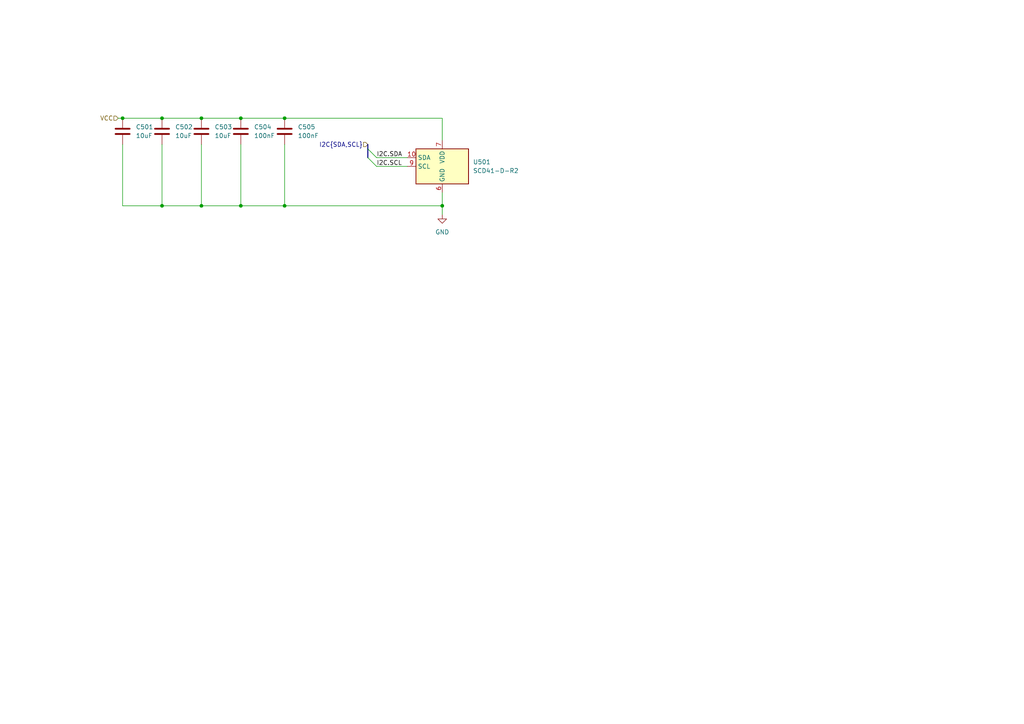
<source format=kicad_sch>
(kicad_sch (version 20250114) (generator "eeschema") (generator_version "9.0")
  (paper "A4")
  (lib_symbols
    (symbol "Device:C" (pin_numbers (hide yes)) (pin_names (offset 0.254))
      (property "Reference" "C" (at 0.635 2.54 0))
      (property "Value" "C" (at 0.635 -2.54 0))
      (symbol "C_0_1"
        (polyline (pts (xy -2.032 0.762) (xy 2.032 0.762)) (stroke (width 0.508)))
        (polyline (pts (xy -2.032 -0.762) (xy 2.032 -0.762)) (stroke (width 0.508)))
      )
      (symbol "C_1_1"
        (pin passive line (at 0 3.81 270) (length 2.794) (name "~") (number "1"))
        (pin passive line (at 0 -3.81 90) (length 2.794) (name "~") (number "2"))
      )
    )
    (symbol "Sensor_Gas:SCD41-D-R2"
      (property "Reference" "U" (at -7.62 6.35 0))
      (property "Value" "SCD41-D-R2" (at 6.985 6.35 0))
      (symbol "SCD41-D-R2_0_1"
        (rectangle (start 7.62 5.08) (end -7.62 -5.08) (stroke (width 0.254)) (fill (type background)))
      )
      (symbol "SCD41-D-R2_1_1"
        (pin passive line (at 0 7.62 270) (length 2.54) (hide yes) (name "VDD") (number "19"))
        (pin power_in line (at 0 7.62 270) (length 2.54) (name "VDD") (number "7"))
        (pin passive line (at 0 -7.62 90) (length 2.54) (hide yes) (name "GND") (number "20"))
        (pin passive line (at 0 -7.62 90) (length 2.54) (hide yes) (name "GND") (number "21"))
        (pin power_in line (at 0 -7.62 90) (length 2.54) (name "GND") (number "6"))
        (pin bidirectional line (at 10.16 2.54 180) (length 2.54) (name "SDA") (number "10"))
        (pin input line (at 10.16 0 180) (length 2.54) (name "SCL") (number "9"))
      )
    )
    (symbol "power:GND" (power) (pin_numbers (hide yes)) (pin_names (offset 0) (hide yes))
      (property "Value" "GND" (at 0 -3.81 0))
      (symbol "GND_0_1"
        (polyline (pts (xy 0 0) (xy 0 -1.27) (xy 1.27 -1.27) (xy 0 -2.54) (xy -1.27 -1.27) (xy 0 -1.27)))
      )
      (symbol "GND_1_1"
        (pin power_in line (at 0 0 270) (length 0) (name "~") (number "1"))
      )
    )
  )
  (junction (at 82.55 59.69))
  (junction (at 58.42 34.29))
  (junction (at 46.99 34.29))
  (junction (at 69.85 34.29))
  (junction (at 82.55 34.29))
  (junction (at 46.99 59.69))
  (junction (at 58.42 59.69))
  (junction (at 69.85 59.69))
  (junction (at 35.56 34.29))
  (junction (at 128.27 59.69))
  (bus_entry (at 106.68 43.18) (size 2.54 2.54))
  (bus_entry (at 106.68 45.72) (size 2.54 2.54))
  (wire (pts (xy 128.27 59.69) (xy 128.27 62.23)))
  (wire (pts (xy 128.27 34.29) (xy 128.27 40.64)))
  (wire (pts (xy 128.27 55.88) (xy 128.27 59.69)))
  (wire (pts (xy 58.42 34.29) (xy 69.85 34.29)))
  (wire (pts (xy 109.22 45.72) (xy 118.11 45.72)))
  (wire (pts (xy 46.99 34.29) (xy 58.42 34.29)))
  (wire (pts (xy 69.85 41.91) (xy 69.85 59.69)))
  (wire (pts (xy 69.85 34.29) (xy 82.55 34.29)))
  (wire (pts (xy 82.55 34.29) (xy 128.27 34.29)))
  (wire (pts (xy 58.42 41.91) (xy 58.42 59.69)))
  (wire (pts (xy 46.99 59.69) (xy 58.42 59.69)))
  (wire (pts (xy 82.55 59.69) (xy 128.27 59.69)))
  (wire (pts (xy 58.42 59.69) (xy 69.85 59.69)))
  (wire (pts (xy 109.22 48.26) (xy 118.11 48.26)))
  (wire (pts (xy 82.55 41.91) (xy 82.55 59.69)))
  (wire (pts (xy 69.85 59.69) (xy 82.55 59.69)))
  (bus (pts (xy 106.68 41.91) (xy 106.68 43.18)))
  (wire (pts (xy 35.56 41.91) (xy 35.56 59.69)))
  (bus (pts (xy 106.68 43.18) (xy 106.68 45.72)))
  (wire (pts (xy 35.56 34.29) (xy 46.99 34.29)))
  (wire (pts (xy 46.99 41.91) (xy 46.99 59.69)))
  (wire (pts (xy 35.56 59.69) (xy 46.99 59.69)))
  (wire (pts (xy 34.29 34.29) (xy 35.56 34.29)))
  (label "I2C.SCL" (at 109.22 48.26 0))
  (label "I2C.SDA" (at 109.22 45.72 0))
  (hierarchical_label "I2C{SDA,SCL}" (shape input) (at 106.68 41.91 180))
  (hierarchical_label "VCC" (shape input) (at 34.29 34.29 180))
  (symbol (lib_id "Device:C") (at 46.99 38.1 0) (unit 1)
    (property "Reference" "C502" (at 50.8 36.8299 0) (effects (justify left)))
    (property "Value" "10uF" (at 50.8 39.3699 0) (effects (justify left)))
    (property "Footprint" "Capacitor_SMD:C_0603_1608Metric" (effects (hide yes)))
    (property "Description" "Unpolarized capacitor" (effects (hide yes)))
  )
  (symbol (lib_id "Device:C") (at 69.85 38.1 0) (unit 1)
    (property "Reference" "C504" (at 73.66 36.8299 0) (effects (justify left)))
    (property "Value" "100nF" (at 73.66 39.3699 0) (effects (justify left)))
    (property "Footprint" "Capacitor_SMD:C_0603_1608Metric" (effects (hide yes)))
    (property "Description" "Unpolarized capacitor" (effects (hide yes)))
  )
  (symbol (lib_id "power:GND") (at 128.27 62.23 0) (unit 1)
    (property "Reference" "#PWR0501" (effects (hide yes)))
    (property "Value" "GND" (at 128.27 67.31 0))
    (property "Description" "Power symbol creates a global label with name \"GND\" , ground" (effects (hide yes)))
  )
  (symbol (lib_id "Sensor_Gas:SCD41-D-R2") (at 128.27 48.26 0) (mirror y) (unit 1)
    (property "Reference" "U501" (at 137.16 46.9899 0) (effects (justify right)))
    (property "Value" "SCD41-D-R2" (at 137.16 49.5299 0) (effects (justify right)))
    (property "Footprint" "Sensor:Sensirion_SCD4x-1EP_10.1x10.1mm_P1.25mm_EP4.8x4.8mm" (effects (hide yes)))
    (property "Datasheet" "https://sensirion.com/media/documents/E0F04247/631EF271/CD_DS_SCD40_SCD41_Datasheet_D1.pdf" (effects (hide yes)))
    (property "Description" "Photoacoustic CO2 sensor, 40 000 ppm, I2C, 2.4-5.5 V, High accuracy  400 - 5000 ppm" (effects (hide yes)))
  )
  (symbol (lib_id "Device:C") (at 82.55 38.1 0) (unit 1)
    (property "Reference" "C505" (at 86.36 36.8299 0) (effects (justify left)))
    (property "Value" "100nF" (at 86.36 39.3699 0) (effects (justify left)))
    (property "Footprint" "Capacitor_SMD:C_0603_1608Metric" (effects (hide yes)))
    (property "Description" "Unpolarized capacitor" (effects (hide yes)))
  )
  (symbol (lib_id "Device:C") (at 35.56 38.1 0) (unit 1)
    (property "Reference" "C501" (at 39.37 36.8299 0) (effects (justify left)))
    (property "Value" "10uF" (at 39.37 39.3699 0) (effects (justify left)))
    (property "Footprint" "Capacitor_SMD:C_0603_1608Metric" (effects (hide yes)))
    (property "Description" "Unpolarized capacitor" (effects (hide yes)))
  )
  (symbol (lib_id "Device:C") (at 58.42 38.1 0) (unit 1)
    (property "Reference" "C503" (at 62.23 36.8299 0) (effects (justify left)))
    (property "Value" "10uF" (at 62.23 39.3699 0) (effects (justify left)))
    (property "Footprint" "Capacitor_SMD:C_0603_1608Metric" (effects (hide yes)))
    (property "Description" "Unpolarized capacitor" (effects (hide yes)))
  )
)
</source>
